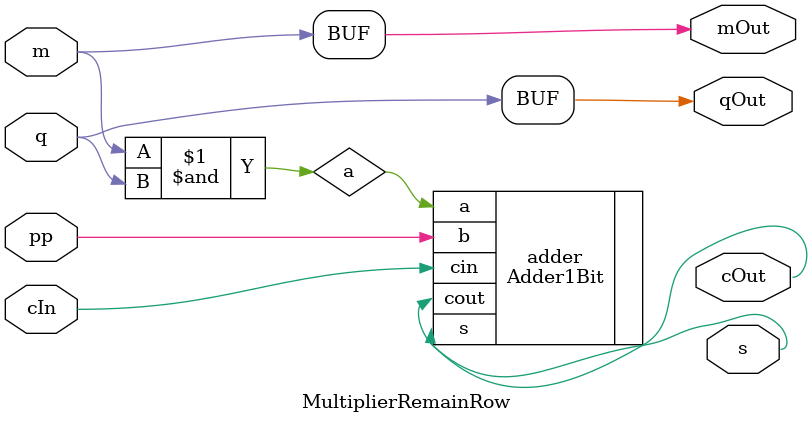
<source format=v>

module MultiplierRemainRow (
    input  pp,
    input  m,
    input  q,
    input  cIn,
    
    output qOut,
    output cOut,
    output mOut,
    output s
);
wire a;//a可以改


assign mOut = m;
assign qOut = q;

and(a,m,q);

Adder1Bit adder (//adder是名字可以改
        .a   (a),
        .b   (pp),
		  .cin (cIn),
        .cout(cOut),
        .s (s)

);



endmodule

</source>
